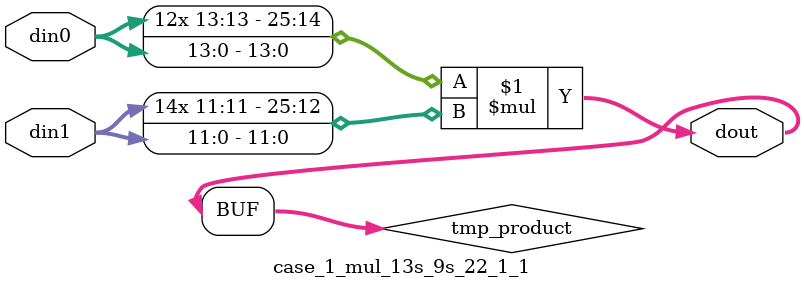
<source format=v>

`timescale 1 ns / 1 ps

 (* use_dsp = "no" *)  module case_1_mul_13s_9s_22_1_1(din0, din1, dout);
parameter ID = 1;
parameter NUM_STAGE = 0;
parameter din0_WIDTH = 14;
parameter din1_WIDTH = 12;
parameter dout_WIDTH = 26;

input [din0_WIDTH - 1 : 0] din0; 
input [din1_WIDTH - 1 : 0] din1; 
output [dout_WIDTH - 1 : 0] dout;

wire signed [dout_WIDTH - 1 : 0] tmp_product;



























assign tmp_product = $signed(din0) * $signed(din1);








assign dout = tmp_product;





















endmodule

</source>
